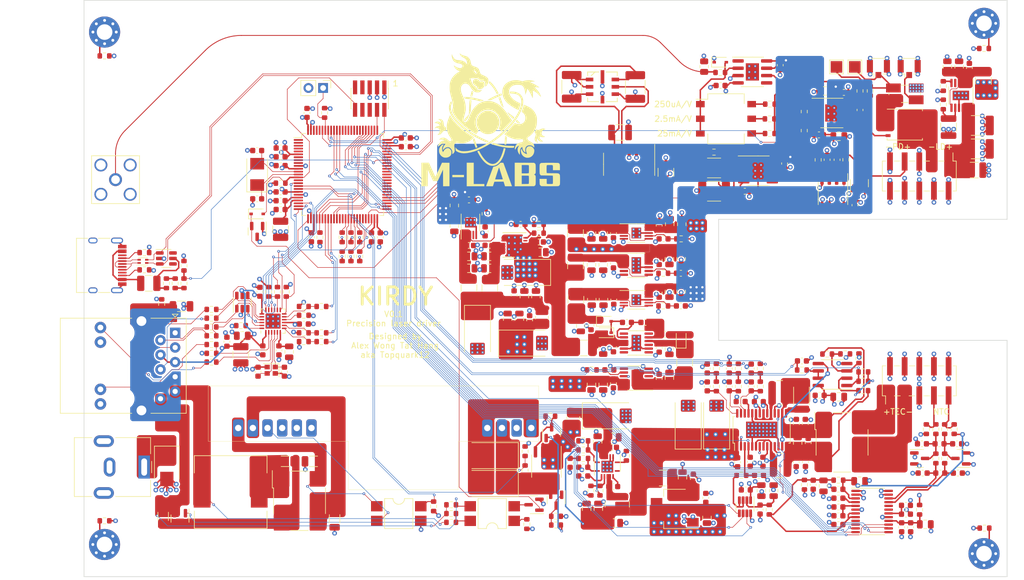
<source format=kicad_pcb>
(kicad_pcb (version 20211014) (generator pcbnew)

  (general
    (thickness 1.6)
  )

  (paper "A4")
  (layers
    (0 "F.Cu" signal)
    (1 "In1.Cu" signal)
    (2 "In2.Cu" signal)
    (31 "B.Cu" signal)
    (32 "B.Adhes" user "B.Adhesive")
    (33 "F.Adhes" user "F.Adhesive")
    (34 "B.Paste" user)
    (35 "F.Paste" user)
    (36 "B.SilkS" user "B.Silkscreen")
    (37 "F.SilkS" user "F.Silkscreen")
    (38 "B.Mask" user)
    (39 "F.Mask" user)
    (40 "Dwgs.User" user "User.Drawings")
    (41 "Cmts.User" user "User.Comments")
    (42 "Eco1.User" user "User.Eco1")
    (43 "Eco2.User" user "User.Eco2")
    (44 "Edge.Cuts" user)
    (45 "Margin" user)
    (46 "B.CrtYd" user "B.Courtyard")
    (47 "F.CrtYd" user "F.Courtyard")
    (48 "B.Fab" user)
    (49 "F.Fab" user)
    (50 "User.1" user)
    (51 "User.2" user)
    (52 "User.3" user)
    (53 "User.4" user)
    (54 "User.5" user)
    (55 "User.6" user)
    (56 "User.7" user)
    (57 "User.8" user)
    (58 "User.9" user)
  )

  (setup
    (stackup
      (layer "F.SilkS" (type "Top Silk Screen"))
      (layer "F.Paste" (type "Top Solder Paste"))
      (layer "F.Mask" (type "Top Solder Mask") (thickness 0.01))
      (layer "F.Cu" (type "copper") (thickness 0.035))
      (layer "dielectric 1" (type "core") (thickness 0.48) (material "FR4") (epsilon_r 4.5) (loss_tangent 0.02))
      (layer "In1.Cu" (type "copper") (thickness 0.035))
      (layer "dielectric 2" (type "prepreg") (thickness 0.48) (material "FR4") (epsilon_r 4.5) (loss_tangent 0.02))
      (layer "In2.Cu" (type "copper") (thickness 0.035))
      (layer "dielectric 3" (type "core") (thickness 0.48) (material "FR4") (epsilon_r 4.5) (loss_tangent 0.02))
      (layer "B.Cu" (type "copper") (thickness 0.035))
      (layer "B.Mask" (type "Bottom Solder Mask") (thickness 0.01))
      (layer "B.Paste" (type "Bottom Solder Paste"))
      (layer "B.SilkS" (type "Bottom Silk Screen"))
      (copper_finish "ENIG")
      (dielectric_constraints no)
    )
    (pad_to_mask_clearance 0)
    (pcbplotparams
      (layerselection 0x00010fc_ffffffff)
      (disableapertmacros false)
      (usegerberextensions true)
      (usegerberattributes false)
      (usegerberadvancedattributes false)
      (creategerberjobfile true)
      (svguseinch false)
      (svgprecision 6)
      (excludeedgelayer true)
      (plotframeref false)
      (viasonmask false)
      (mode 1)
      (useauxorigin false)
      (hpglpennumber 1)
      (hpglpenspeed 20)
      (hpglpendiameter 15.000000)
      (dxfpolygonmode true)
      (dxfimperialunits true)
      (dxfusepcbnewfont true)
      (psnegative false)
      (psa4output false)
      (plotreference false)
      (plotvalue false)
      (plotinvisibletext false)
      (sketchpadsonfab false)
      (subtractmaskfromsilk true)
      (outputformat 1)
      (mirror false)
      (drillshape 0)
      (scaleselection 1)
      (outputdirectory "gerbers")
    )
  )

  (net 0 "")
  (net 1 "+5VA")
  (net 2 "GND")
  (net 3 "Net-(C2-Pad2)")
  (net 4 "Net-(C5-Pad1)")
  (net 5 "Net-(C5-Pad2)")
  (net 6 "Net-(C6-Pad1)")
  (net 7 "+9VA")
  (net 8 "-6V")
  (net 9 "+15V")
  (net 10 "Net-(C13-Pad1)")
  (net 11 "Net-(C13-Pad2)")
  (net 12 "/MCU/PD_MON")
  (net 13 "/driveStage/PD_C")
  (net 14 "Net-(C17-Pad2)")
  (net 15 "Net-(C18-Pad1)")
  (net 16 "Net-(C19-Pad1)")
  (net 17 "+3V3")
  (net 18 "Net-(C21-Pad2)")
  (net 19 "Net-(C22-Pad1)")
  (net 20 "/MCU/VREF")
  (net 21 "+12V")
  (net 22 "Net-(C37-Pad2)")
  (net 23 "Net-(C38-Pad1)")
  (net 24 "Net-(C38-Pad2)")
  (net 25 "Net-(C40-Pad1)")
  (net 26 "Net-(C42-Pad2)")
  (net 27 "Net-(C43-Pad2)")
  (net 28 "-9V")
  (net 29 "IN")
  (net 30 "Net-(C50-Pad1)")
  (net 31 "Net-(C51-Pad1)")
  (net 32 "Net-(C52-Pad1)")
  (net 33 "Net-(C53-Pad1)")
  (net 34 "Net-(C54-Pad1)")
  (net 35 "Net-(C55-Pad1)")
  (net 36 "Net-(C69-Pad1)")
  (net 37 "Net-(C70-Pad1)")
  (net 38 "Net-(C71-Pad1)")
  (net 39 "Net-(C72-Pad1)")
  (net 40 "Net-(C73-Pad1)")
  (net 41 "Net-(C74-Pad1)")
  (net 42 "+9V")
  (net 43 "+8V")
  (net 44 "+3.3VA")
  (net 45 "/thermostat/DAC_REF")
  (net 46 "/thermostat/ADC_REF")
  (net 47 "/thermostat/ADC_A3V3")
  (net 48 "/thermostat/ADC_D3V3")
  (net 49 "Net-(C102-Pad1)")
  (net 50 "Net-(C103-Pad1)")
  (net 51 "Net-(C104-Pad1)")
  (net 52 "/thermostat/MAXV")
  (net 53 "/thermostat/MAXIP")
  (net 54 "/thermostat/MAXIN")
  (net 55 "Net-(C110-Pad1)")
  (net 56 "Net-(C115-Pad1)")
  (net 57 "Net-(C117-Pad1)")
  (net 58 "/MCU/TEC_ISEN")
  (net 59 "Net-(C119-Pad1)")
  (net 60 "/MCU/TEC_VREF")
  (net 61 "Net-(C122-Pad2)")
  (net 62 "Net-(C123-Pad2)")
  (net 63 "Net-(C125-Pad1)")
  (net 64 "+5V")
  (net 65 "Net-(C132-Pad2)")
  (net 66 "Net-(C133-Pad2)")
  (net 67 "Net-(C135-Pad2)")
  (net 68 "Net-(C136-Pad2)")
  (net 69 "Net-(C141-Pad1)")
  (net 70 "Net-(C145-Pad1)")
  (net 71 "Net-(C145-Pad2)")
  (net 72 "Net-(C146-Pad1)")
  (net 73 "Net-(C147-Pad1)")
  (net 74 "Net-(C148-Pad1)")
  (net 75 "Net-(C149-Pad1)")
  (net 76 "Net-(C149-Pad2)")
  (net 77 "Net-(C150-Pad1)")
  (net 78 "Net-(C151-Pad1)")
  (net 79 "Net-(C152-Pad1)")
  (net 80 "Net-(C152-Pad2)")
  (net 81 "Net-(C158-Pad1)")
  (net 82 "Net-(C162-Pad2)")
  (net 83 "Net-(C163-Pad2)")
  (net 84 "Net-(C164-Pad1)")
  (net 85 "/Ehternet/AVDDT_PHY")
  (net 86 "/Ehternet/ETH_SHIELD")
  (net 87 "Net-(D1-Pad2)")
  (net 88 "/MCU/MCU_RSTn")
  (net 89 "/MCU/RST")
  (net 90 "Net-(FB12-Pad1)")
  (net 91 "Net-(FB12-Pad2)")
  (net 92 "/thermostat/TEC+")
  (net 93 "/thermostat/TEC-")
  (net 94 "Net-(J7-PadA7)")
  (net 95 "Net-(J7-PadA6)")
  (net 96 "/MCU/USB_DP")
  (net 97 "/MCU/USB_DN")
  (net 98 "Net-(J1-Pad1)")
  (net 99 "Net-(J2-Pad1)")
  (net 100 "/MCU/SWDIO")
  (net 101 "/MCU/SWCLK")
  (net 102 "unconnected-(J4-Pad6)")
  (net 103 "unconnected-(J4-Pad7)")
  (net 104 "unconnected-(J4-Pad8)")
  (net 105 "unconnected-(J4-Pad9)")
  (net 106 "Net-(J6-Pad1)")
  (net 107 "Net-(J6-Pad2)")
  (net 108 "Net-(J6-Pad3)")
  (net 109 "Net-(J6-Pad6)")
  (net 110 "/Ehternet/POE_VC-")
  (net 111 "/Ehternet/POE_VC+")
  (net 112 "Net-(J6-Pad11)")
  (net 113 "Net-(J6-Pad13)")
  (net 114 "Net-(J7-PadA5)")
  (net 115 "unconnected-(J7-PadA8)")
  (net 116 "Net-(J7-PadB5)")
  (net 117 "unconnected-(J7-PadB8)")
  (net 118 "/driveStage/LD-")
  (net 119 "/thermostat/NTC+")
  (net 120 "/thermostat/NTC-")
  (net 121 "Net-(JP1-Pad1)")
  (net 122 "Net-(L2-Pad1)")
  (net 123 "Net-(L3-Pad1)")
  (net 124 "Net-(Q1-Pad1)")
  (net 125 "Net-(Q2-Pad3)")
  (net 126 "Net-(Q3-Pad1)")
  (net 127 "Net-(Q4-Pad1)")
  (net 128 "Net-(Q5-Pad4)")
  (net 129 "Net-(Q6-Pad1)")
  (net 130 "Net-(R4-Pad1)")
  (net 131 "Net-(R4-Pad2)")
  (net 132 "Net-(R5-Pad1)")
  (net 133 "Net-(R6-Pad1)")
  (net 134 "Net-(R7-Pad2)")
  (net 135 "Net-(R10-Pad2)")
  (net 136 "/MCU/PD_BIAS")
  (net 137 "Net-(R14-Pad2)")
  (net 138 "Net-(R15-Pad2)")
  (net 139 "Net-(R16-Pad2)")
  (net 140 "Net-(R17-Pad2)")
  (net 141 "Net-(R18-Pad2)")
  (net 142 "Net-(R19-Pad2)")
  (net 143 "Net-(R24-Pad2)")
  (net 144 "Net-(R29-Pad2)")
  (net 145 "Net-(R30-Pad2)")
  (net 146 "/MCU/PWM_MAXV")
  (net 147 "/MCU/PWM_MAXIP")
  (net 148 "/MCU/PWM_MAXIN")
  (net 149 "Net-(R41-Pad1)")
  (net 150 "Net-(R42-Pad2)")
  (net 151 "Net-(R45-Pad1)")
  (net 152 "Net-(R46-Pad2)")
  (net 153 "/MCU/TEC_VSEN")
  (net 154 "Net-(R48-Pad2)")
  (net 155 "Net-(R56-Pad2)")
  (net 156 "Net-(R57-Pad2)")
  (net 157 "Net-(R60-Pad2)")
  (net 158 "Net-(R63-Pad1)")
  (net 159 "Net-(R65-Pad1)")
  (net 160 "/MCU/AT_EVENT")
  (net 161 "/MCU/POE_PWR_SRC")
  (net 162 "/Ehternet/RMII_RXD0")
  (net 163 "Net-(R73-Pad2)")
  (net 164 "/Ehternet/RMII_RXD1")
  (net 165 "Net-(R74-Pad2)")
  (net 166 "/Ehternet/RMII_CRS_DV")
  (net 167 "Net-(R75-Pad2)")
  (net 168 "/Ehternet/RMII_REF_CLK")
  (net 169 "Net-(R76-Pad2)")
  (net 170 "/Ehternet/RMII_MDIO")
  (net 171 "Net-(R82-Pad2)")
  (net 172 "/Ehternet/ETH_LED_1")
  (net 173 "Net-(R84-Pad1)")
  (net 174 "/Ehternet/PHY_TD_P")
  (net 175 "/Ehternet/PHY_TD_N")
  (net 176 "/Ehternet/PHY_RD_P")
  (net 177 "/Ehternet/PHY_RD_N")
  (net 178 "/Ehternet/ETH_LED_2")
  (net 179 "Net-(R94-Pad2)")
  (net 180 "Net-(R95-Pad1)")
  (net 181 "/MCU/USB_VBUS")
  (net 182 "/MCU/LDAC_LOAD")
  (net 183 "/MCU/LDAC_CLK")
  (net 184 "/MCU/LDAC_MOSI")
  (net 185 "/MCU/LDAC_CS")
  (net 186 "/MCU/TADC_SYNC")
  (net 187 "/MCU/TADC_MISO")
  (net 188 "/MCU/TDAC_MOSI")
  (net 189 "/MCU/TADC_CLK")
  (net 190 "/MCU/TDAC_CLK")
  (net 191 "/MCU/TADC_CS")
  (net 192 "/MCU/TDAC_SYNC")
  (net 193 "/MCU/TADC_MOSI")
  (net 194 "Net-(U1-Pad6)")
  (net 195 "unconnected-(U2-Pad1)")
  (net 196 "unconnected-(U2-Pad9)")
  (net 197 "unconnected-(U2-Pad13)")
  (net 198 "unconnected-(U5-Pad7)")
  (net 199 "unconnected-(U7-Pad1)")
  (net 200 "unconnected-(U7-Pad2)")
  (net 201 "unconnected-(U7-Pad3)")
  (net 202 "unconnected-(U7-Pad4)")
  (net 203 "unconnected-(U7-Pad5)")
  (net 204 "unconnected-(U7-Pad7)")
  (net 205 "unconnected-(U7-Pad8)")
  (net 206 "unconnected-(U7-Pad9)")
  (net 207 "unconnected-(U7-Pad15)")
  (net 208 "/Ehternet/RMII_MDC")
  (net 209 "/Ehternet/PHY_NRST")
  (net 210 "/MCU/TEC_SHDN")
  (net 211 "unconnected-(U7-Pad37)")
  (net 212 "unconnected-(U7-Pad38)")
  (net 213 "unconnected-(U7-Pad45)")
  (net 214 "unconnected-(U7-Pad46)")
  (net 215 "/Ehternet/RMII_TX_EN")
  (net 216 "/Ehternet/RMII_TXD0")
  (net 217 "/Ehternet/RMII_TXD1")
  (net 218 "unconnected-(U7-Pad56)")
  (net 219 "unconnected-(U7-Pad57)")
  (net 220 "unconnected-(U7-Pad58)")
  (net 221 "unconnected-(U7-Pad59)")
  (net 222 "unconnected-(U7-Pad60)")
  (net 223 "unconnected-(U7-Pad61)")
  (net 224 "unconnected-(U7-Pad62)")
  (net 225 "unconnected-(U7-Pad63)")
  (net 226 "unconnected-(U7-Pad64)")
  (net 227 "unconnected-(U7-Pad65)")
  (net 228 "unconnected-(U7-Pad66)")
  (net 229 "unconnected-(U7-Pad67)")
  (net 230 "unconnected-(U7-Pad69)")
  (net 231 "unconnected-(U7-Pad82)")
  (net 232 "unconnected-(U7-Pad83)")
  (net 233 "unconnected-(U7-Pad84)")
  (net 234 "unconnected-(U7-Pad85)")
  (net 235 "unconnected-(U7-Pad86)")
  (net 236 "unconnected-(U7-Pad87)")
  (net 237 "unconnected-(U7-Pad88)")
  (net 238 "unconnected-(U7-Pad96)")
  (net 239 "unconnected-(U7-Pad97)")
  (net 240 "unconnected-(U7-Pad98)")
  (net 241 "unconnected-(U9-Pad1)")
  (net 242 "unconnected-(U9-Pad3)")
  (net 243 "unconnected-(U9-Pad6)")
  (net 244 "unconnected-(U9-Pad7)")
  (net 245 "unconnected-(U9-Pad12)")
  (net 246 "unconnected-(U10-Pad5)")
  (net 247 "unconnected-(U11-Pad4)")
  (net 248 "unconnected-(U12-Pad5)")
  (net 249 "unconnected-(U13-Pad5)")
  (net 250 "unconnected-(U14-Pad4)")
  (net 251 "unconnected-(U15-Pad4)")
  (net 252 "unconnected-(U15-Pad7)")
  (net 253 "unconnected-(U16-Pad4)")
  (net 254 "unconnected-(U18-Pad9)")
  (net 255 "unconnected-(U18-Pad10)")
  (net 256 "unconnected-(U18-Pad19)")
  (net 257 "unconnected-(U18-Pad20)")
  (net 258 "Net-(U19-Pad5)")
  (net 259 "unconnected-(U22-Pad14)")
  (net 260 "Net-(U23-Pad3)")
  (net 261 "unconnected-(U23-Pad4)")
  (net 262 "unconnected-(U23-Pad5)")
  (net 263 "unconnected-(U23-Pad6)")
  (net 264 "unconnected-(U23-Pad9)")
  (net 265 "unconnected-(U28-Pad4)")
  (net 266 "unconnected-(U28-Pad6)")
  (net 267 "Net-(C35-Pad1)")
  (net 268 "Net-(J3-Pad1)")
  (net 269 "Net-(H1-Pad1)")
  (net 270 "Net-(H2-Pad1)")
  (net 271 "Net-(H3-Pad1)")
  (net 272 "Net-(H4-Pad1)")

  (footprint "Connector_RJ:RJ45_Abracon_ARJP11A-MA_Horizontal" (layer "F.Cu") (at 15.7964 57.6926 -90))

  (footprint "Resistor_SMD:R_0603_1608Metric" (layer "F.Cu") (at 38.1008 53.117 180))

  (footprint "Resistor_SMD:R_0603_1608Metric" (layer "F.Cu") (at 63.6448 87.521 180))

  (footprint "Resistor_SMD:R_0603_1608Metric" (layer "F.Cu") (at 81.816 89.515))

  (footprint "Capacitor_SMD:C_0603_1608Metric" (layer "F.Cu") (at 38.1008 56.165))

  (footprint "Capacitor_SMD:C_0603_1608Metric" (layer "F.Cu") (at 148.4148 82.022 180))

  (footprint "Package_TO_SOT_SMD:SOT-23" (layer "F.Cu") (at 81.054 75.0116 90))

  (footprint "Capacitor_SMD:C_0805_2012Metric" (layer "F.Cu") (at 107.978 89.7436 -90))

  (footprint "Inductor_SMD:L_1210_3225Metric" (layer "F.Cu") (at 34.077 39.728 90))

  (footprint "Capacitor_SMD:C_0603_1608Metric" (layer "F.Cu") (at 111.8388 63.8864 90))

  (footprint "Capacitor_SMD:C_0603_1608Metric" (layer "F.Cu") (at 66.7284 42.5348))

  (footprint "Package_QFP:LQFP-100_14x14mm_P0.5mm" (layer "F.Cu") (at 44.831 30.226))

  (footprint "Capacitor_SMD:C_0603_1608Metric" (layer "F.Cu") (at 115.6488 63.8864 90))

  (footprint "Resistor_SMD:R_0603_1608Metric" (layer "F.Cu") (at 38.1008 54.641 180))

  (footprint "Capacitor_SMD:C_0603_1608Metric" (layer "F.Cu") (at 108.0288 66.9852 90))

  (footprint "Capacitor_SMD:C_0805_2012Metric" (layer "F.Cu") (at 86.106 56.4874 -90))

  (footprint "Resistor_SMD:R_0603_1608Metric" (layer "F.Cu") (at 118.773 88.372 -90))

  (footprint "Resistor_SMD:R_0603_1608Metric" (layer "F.Cu") (at 41.1488 53.117 180))

  (footprint "Resistor_SMD:R_0603_1608Metric" (layer "F.Cu") (at 144.8334 88.385 90))

  (footprint "Resistor_SMD:R_0603_1608Metric" (layer "F.Cu") (at 113.4136 63.8864 -90))

  (footprint "Resistor_SMD:R_0603_1608Metric" (layer "F.Cu") (at 156.0094 8.362 180))

  (footprint "Capacitor_SMD:C_0603_1608Metric" (layer "F.Cu") (at 91.7702 60.211 90))

  (footprint "Diode_SMD:D_SMB" (layer "F.Cu") (at 14.351 80.899 -90))

  (footprint "Capacitor_SMD:C_0603_1608Metric" (layer "F.Cu") (at 66.7284 34.6354))

  (footprint "Inductor_SMD:L_Wuerth_WE-PD-Typ-LS" (layer "F.Cu") (at 25.4168 85.307))

  (footprint "Capacitor_SMD:C_0805_2012Metric" (layer "F.Cu") (at 70.2768 46.5043 180))

  (footprint "Package_SO:SOIC-8-1EP_3.9x4.9mm_P1.27mm_EP2.29x3mm" (layer "F.Cu") (at 115.852 12.426))

  (footprint "Capacitor_SMD:C_0805_2012Metric" (layer "F.Cu") (at 89.0296 76.5864 90))

  (footprint "Package_TO_SOT_SMD:SOT-23-6" (layer "F.Cu") (at 27.4328 52.355 90))

  (footprint "Resistor_SMD:R_0603_1608Metric" (layer "F.Cu") (at 47.793 41.122 90))

  (footprint "Capacitor_SMD:C_1812_4532Metric" (layer "F.Cu") (at 154.94 25.781))

  (footprint "Resistor_SMD:R_0603_1608Metric" (layer "F.Cu") (at 109.6036 63.8864 -90))

  (footprint "Resistor_SMD:R_0603_1608Metric" (layer "F.Cu") (at 100.4062 47.3586))

  (footprint "Capacitor_SMD:C_0603_1608Metric" (layer "F.Cu") (at 130.7618 89.4264 180))

  (footprint "Capacitor_SMD:C_0603_1608Metric" (layer "F.Cu") (at 91.7702 45.6444 -90))

  (footprint "Capacitor_SMD:C_0603_1608Metric" (layer "F.Cu") (at 117.186 88.3466 -90))

  (footprint "Capacitor_SMD:C_0603_1608Metric" (layer "F.Cu") (at 100.457 41.3896 180))

  (footprint "Capacitor_SMD:C_0805_2012Metric" (layer "F.Cu") (at 151.684 11.524 90))

  (footprint "Resistor_SMD:R_0603_1608Metric" (layer "F.Cu") (at 17.3254 46.0556 -90))

  (footprint "Resistor_SMD:R_0603_1608Metric" (layer "F.Cu") (at 117.2236 66.9852 -90))

  (footprint "Resistor_SMD:R_0603_1608Metric" (layer "F.Cu") (at 78.8442 38.875))

  (footprint "Capacitor_SMD:C_0603_1608Metric" (layer "F.Cu") (at 94.107 55.88))

  (footprint "Connector_Coaxial:SMA_Amphenol_132203-12_Horizontal" (layer "F.Cu") (at 5.461 31.115 90))

  (footprint "Inductor_SMD:L_1210_3225Metric" (layer "F.Cu") (at 70.3352 49.924 90))

  (footprint "Resistor_SMD:R_0603_1608Metric" (layer "F.Cu") (at 89.436 85.07 90))

  (footprint "Capacitor_SMD:C_0805_2012Metric" (layer "F.Cu")
    (tedit 5F68FEEE) (tstamp 1e4dc07e-2b74-4fa8-a6a1-96dea624930c)
    (at 10
... [4227957 chars truncated]
</source>
